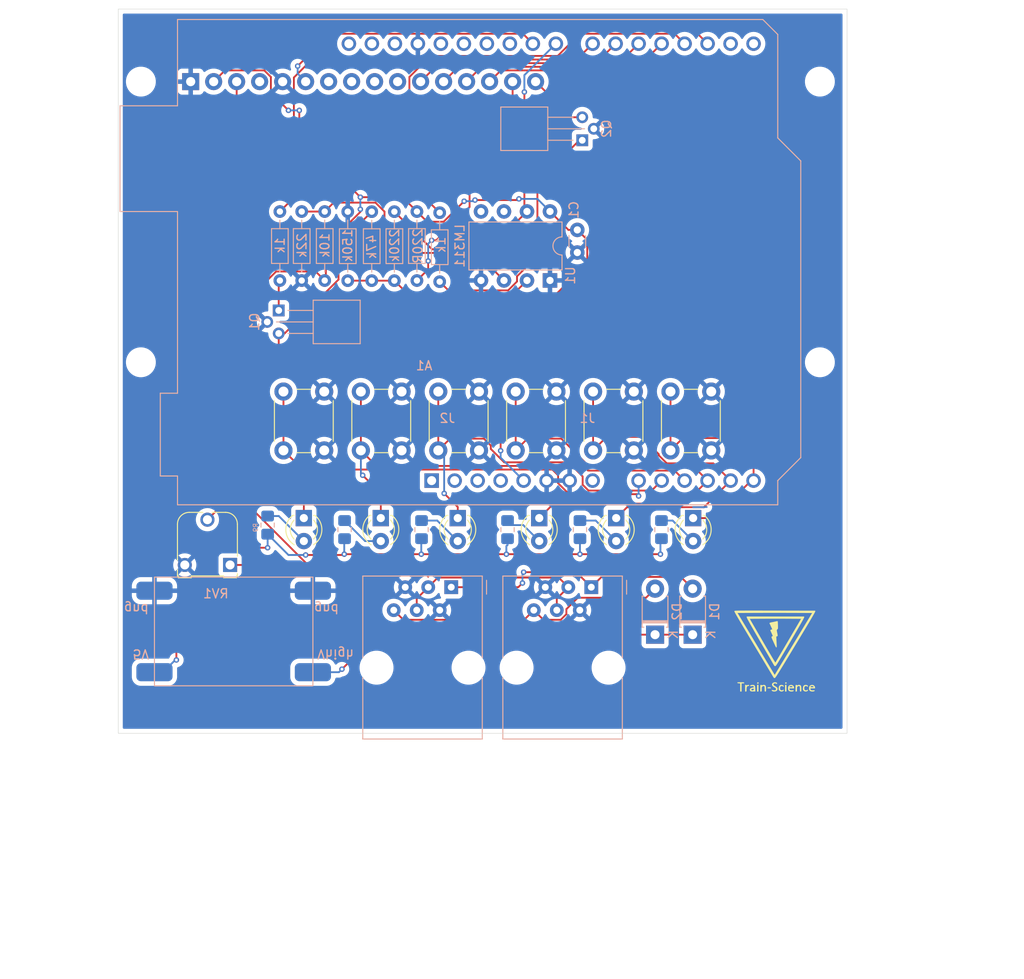
<source format=kicad_pcb>
(kicad_pcb (version 20240108) (generator "pcbnew") (generator_version "8.0")
  (layers (0 "F.Cu" signal) (31 "B.Cu" signal) (34 "B.Paste" user) (35 "F.Paste" user) (36 "B.SilkS" user "B.Silkscreen") (37 "F.SilkS" user "F.Silkscreen") (38 "B.Mask" user) (39 "F.Mask" user) (44 "Edge.Cuts" user))
  (net 0 "")
  (net 2 "Net-(A1-A1)")
  (net 5 "GND")
  (net 6 "/Lnet_Tx")
  (net 7 "/D4")
  (net 11 "/background")
  (net 14 "/D7")
  (net 15 "/D6")
  (net 16 "/D5")
  (net 18 "/enabele")
  (net 19 "/Lnet_Rx")
  (net 20 "Net-(A1-A3)")
  (net 22 "Net-(A1-A0)")
  (net 23 "Net-(A1-A2)")
  (net 27 "+5V")
  (net 28 "+12V")
  (net 29 "Net-(Q1-C)")
  (net 30 "Net-(Q1-B)")
  (net 31 "/RS")
  (net 32 "Net-(D1-A)")
  (net 33 "Net-(D2-A)")
  (net 34 "Net-(Q2-C)")
  (net 35 "Net-(Q2-B)")
  (net 36 "Net-(U1-+)")
  (net 37 "Net-(U1--)")
  (net 38 "Net-(U3-A)")
  (net 46 "Net-(D3-A)")
  (net 47 "Net-(D4-A)")
  (net 48 "Net-(D5-A)")
  (net 49 "Net-(D6-A)")
  (net 50 "Net-(D7-A)")
  (net 51 "Net-(D8-A)")
  (net 52 "Net-(U3-VO)")
  (net 53 "Net-(D7-K)")
  (net 54 "Net-(D8-K)")
  (footprint "Button_Switch_THT:SW_PUSH_6mm_H4.3mm" (layer "F.Cu") (at 120.45 168.75 90)
    (property "Reference" "SW5" (hide yes))
    (property "Value" "SW_Push")
  )
  (footprint "custom_kicad_lib_sk:LCD-16X2_NOSILK" (layer "F.Cu") (at 108 143.516)
    (property "Reference" "U3" (hide yes))
    (property "Value" "LCD-16X2")
  )
  (footprint "LED_THT:LED_D3.0mm" (layer "F.Cu") (at 88.5 176.225 -90)
    (property "Reference" "D3" (hide yes))
    (property "Value" "LED")
  )
  (footprint "LED_THT:LED_D3.0mm" (layer "F.Cu") (at 97 176.225 -90)
    (property "Reference" "D4" (hide yes))
    (property "Value" "LED")
  )
  (footprint "Potentiometer_THT:Potentiometer_Runtron_RM-065_Vertical" (layer "F.Cu") (at 80.351 181.403 180)
    (property "Reference" "RV1")
    (property "Value" "R_Potentiometer")
  )
  (footprint "custom_kicad_lib_sk:Train-Science logo small" (layer "F.Cu") (at 140.589 191.008)
    (property "Reference" "G***" (hide yes))
    (property "Value" "LOGO" (hide yes))
  )
  (footprint "LED_THT:LED_D3.0mm" (layer "F.Cu") (at 131.5 176.225 -90)
    (property "Reference" "D8" (hide yes))
    (property "Value" "LED")
  )
  (footprint "LED_THT:LED_D3.0mm" (layer "F.Cu") (at 105.5 176.225 -90)
    (property "Reference" "D5" (hide yes))
    (property "Value" "LED")
  )
  (footprint "LED_THT:LED_D3.0mm" (layer "F.Cu") (at 123 176.225 -90)
    (property "Reference" "D7" (hide yes))
    (property "Value" "LED")
  )
  (footprint "Button_Switch_THT:SW_PUSH_6mm_H4.3mm" (layer "F.Cu") (at 103.35 168.75 90)
    (property "Reference" "SW3" (hide yes))
    (property "Value" "SW_Push")
  )
  (footprint "Button_Switch_THT:SW_PUSH_6mm_H4.3mm" (layer "F.Cu") (at 129 168.75 90)
    (property "Reference" "SW6" (hide yes))
    (property "Value" "SW_Push")
  )
  (footprint "Button_Switch_THT:SW_PUSH_6mm_H4.3mm" (layer "F.Cu") (at 94.8 168.75 90)
    (property "Reference" "SW2" (hide yes))
    (property "Value" "SW_Push")
  )
  (footprint "LED_THT:LED_D3.0mm" (layer "F.Cu") (at 114.5 176.225 -90)
    (property "Reference" "D6" (hide yes))
    (property "Value" "LED")
  )
  (footprint "Button_Switch_THT:SW_PUSH_6mm_H4.3mm" (layer "F.Cu") (at 111.9 168.75 90)
    (property "Reference" "SW4" (hide yes))
    (property "Value" "SW_Push")
  )
  (footprint "Button_Switch_THT:SW_PUSH_6mm_H4.3mm" (layer "F.Cu") (at 86.25 168.75 90)
    (property "Reference" "SW1" (hide yes))
    (property "Value" "SW_Push")
  )
  (footprint "custom_kicad_lib_sk:RJ12" (layer "B.Cu") (at 120.25 183.858 180)
    (property "Reference" "J1")
    (property "Value" "RJ12")
  )
  (footprint "Diode_THT:D_T-1_P5.08mm_Horizontal" (layer "B.Cu") (at 131.445 189.103 90)
    (property "Reference" "D1")
    (property "Value" "SM4007")
  )
  (footprint "Resistor_THT:R_Axial_DIN0204_L3.6mm_D1.6mm_P7.62mm_Horizontal" (layer "B.Cu") (at 98.5 150 90)
    (property "Reference" "R6" (hide yes))
    (property "Value" "220k")
  )
  (footprint "Package_TO_SOT_THT:TO-92_Horizontal1" (layer "B.Cu") (at 119.253 134.493 90)
    (property "Reference" "Q2")
    (property "Value" "NPN_TOR")
  )
  (footprint "Resistor_THT:R_Axial_DIN0204_L3.6mm_D1.6mm_P7.62mm_Horizontal" (layer "B.Cu") (at 93.35 150 90)
    (property "Reference" "R2" (hide yes))
    (property "Value" "150k")
  )
  (footprint "custom_kicad_lib_sk:R_0805_handsolder-smalltext" (layer "B.Cu") (at 84.5 177 -90)
    (property "Reference" "R9")
    (property "Value" "470R")
  )
  (footprint "Package_TO_SOT_THT:TO-92_Horizontal1" (layer "B.Cu") (at 85.725 153.289 -90)
    (property "Reference" "Q1")
    (property "Value" "NPN_TOR")
  )
  (footprint "Capacitor_THT:C_Disc_D3.0mm_W1.6mm_P2.50mm" (layer "B.Cu") (at 118.707 144.394 -90)
    (property "Reference" "C1")
    (property "Value" "100nF")
  )
  (footprint "custom_kicad_lib_sk:R_0805_handsolder-smalltext" (layer "B.Cu") (at 111 177.5 -90)
    (property "Reference" "R12" (hide yes))
    (property "Value" "470R")
  )
  (footprint "Resistor_THT:R_Axial_DIN0204_L3.6mm_D1.6mm_P7.62mm_Horizontal" (layer "B.Cu") (at 103.505 150.114 90)
    (property "Reference" "R7" (hide yes))
    (property "Value" "1k")
  )
  (footprint "Package_DIP:DIP-8_W7.62mm" (layer "B.Cu") (at 115.687 149.977 90)
    (property "Reference" "U1")
    (property "Value" "LM311")
  )
  (footprint "Resistor_THT:R_Axial_DIN0204_L3.6mm_D1.6mm_P7.62mm_Horizontal" (layer "B.Cu") (at 90.805 149.987 90)
    (property "Reference" "R3" (hide yes))
    (property "Value" "10k")
  )
  (footprint "Resistor_THT:R_Axial_DIN0204_L3.6mm_D1.6mm_P7.62mm_Horizontal" (layer "B.Cu") (at 85.852 149.987 90)
    (property "Reference" "R5" (hide yes))
    (property "Value" "1k")
  )
  (footprint "Diode_THT:D_T-1_P5.08mm_Horizontal" (layer "B.Cu") (at 127.295 189.103 90)
    (property "Reference" "D2")
    (property "Value" "SM4007")
  )
  (footprint "Module:Arduino_UNO_R3" (layer "B.Cu") (at 102.616 172.085)
    (property "Reference" "A1")
    (property "Value" "Arduino_UNO_R3")
  )
  (footprint "custom_kicad_lib_sk:R_0805_handsolder-smalltext" (layer "B.Cu") (at 101.5 177.5 -90)
    (property "Reference" "R11" (hide yes))
    (property "Value" "470R")
  )
  (footprint "Resistor_THT:R_Axial_DIN0204_L3.6mm_D1.6mm_P7.62mm_Horizontal" (layer "B.Cu") (at 100.99 149.987 90)
    (property "Reference" "R8" (hide yes))
    (property "Value" "220R")
  )
  (footprint "custom_kicad_lib_sk:R_0805_handsolder-smalltext" (layer "B.Cu") (at 93 177.5 -90)
    (property "Reference" "R10" (hide yes))
    (property "Value" "470R")
  )
  (footprint "custom_kicad_lib_sk:RJ12" (layer "B.Cu") (at 104.78 183.858 180)
    (property "Reference" "J2")
    (property "Value" "RJ12")
  )
  (footprint "custom_kicad_lib_sk:Buck" (layer "B.Cu") (at 78.5 190.248)
    (property "Reference" "U2")
    (property "Value" "Buck")
  )
  (footprint "custom_kicad_lib_sk:R_0805_handsolder-smalltext" (layer "B.Cu") (at 128 177.5 -90)
    (property "Reference" "R14" (hide yes))
    (property "Value" "470R")
  )
  (footprint "Resistor_THT:R_Axial_DIN0204_L3.6mm_D1.6mm_P7.62mm_Horizontal" (layer "B.Cu") (at 88.265 149.987 90)
    (property "Reference" "R4" (hide yes))
    (property "Value" "22k")
  )
  (footprint "Resistor_THT:R_Axial_DIN0204_L3.6mm_D1.6mm_P7.62mm_Horizontal" (layer "B.Cu") (at 96 142.38 -90)
    (property "Reference" "R1" (hide yes))
    (property "Value" "47k")
  )
  (footprint "custom_kicad_lib_sk:R_0805_handsolder-smalltext" (layer "B.Cu") (at 119 177.5 -90)
    (property "Reference" "R13" (hide yes))
    (property "Value" "470R")
  )
  (gr_rect (start 68 120) (end 148.5 200) (stroke (width 0.05)) (fill none) (layer "Edge.Cuts"))
  (segment (start 133 175) (end 132.725 175) (width 0.2) (layer "B.Cu") (net 0))
  (segment (start 132.7 175.025) (end 131.5 175.025) (width 0.2) (layer "B.Cu") (net 0))
  (segment (start 132.725 175) (end 132.7 175.025) (width 0.2) (layer "B.Cu") (net 0))
  (segment (start 119.296 172.540635) (end 119.940365 173.185) (width 0.2) (layer "F.Cu") (net 2))
  (segment (start 119.940365 173.185) (end 126.916 173.185) (width 0.2) (layer "F.Cu") (net 2))
  (segment (start 118.131239 170.464604) (end 119.296 171.629365) (width 0.2) (layer "F.Cu") (net 2))
  (segment (start 94.8 162.25) (end 94.8 168.75) (width 0.2) (layer "F.Cu") (net 2))
  (segment (start 126.916 173.185) (end 128.016 172.085) (width 0.2) (layer "F.Cu") (net 2))
  (segment (start 97 173.5) (end 95 171.5) (width 0.2) (layer "F.Cu") (net 2))
  (segment (start 94.8 168.75) (end 96.514604 170.464604) (width 0.2) (layer "F.Cu") (net 2))
  (segment (start 119.296 171.629365) (end 119.296 172.540635) (width 0.2) (layer "F.Cu") (net 2))
  (segment (start 97 176.225) (end 97 173.5) (width 0.2) (layer "F.Cu") (net 2))
  (segment (start 96.514604 170.464604) (end 118.131239 170.464604) (width 0.2) (layer "F.Cu") (net 2))
  (via (at 95 171.5) (size 0.6) (drill 0.3) (layers "F.Cu" "B.Cu") (net 2))
  (segment (start 95 171.5) (end 94.8 171.3) (width 0.2) (layer "B.Cu") (net 2))
  (segment (start 94.8 171.3) (end 94.8 168.75) (width 0.2) (layer "B.Cu") (net 2))
  (segment (start 87.3998 140.8192) (end 87.3998 127.562858) (width 0.2) (layer "F.Cu") (net 6))
  (segment (start 87.3998 127.562858) (end 92.237658 122.725) (width 0.2) (layer "F.Cu") (net 6))
  (segment (start 92.237658 122.725) (end 112.696 122.725) (width 0.2) (layer "F.Cu") (net 6))
  (segment (start 112.696 122.725) (end 113.796 123.825) (width 0.2) (layer "F.Cu") (net 6))
  (segment (start 85.852 142.367) (end 87.3998 140.8192) (width 0.2) (layer "F.Cu") (net 6))
  (segment (start 120.396 123.825) (end 118.6448 125.5762) (width 0.2) (layer "F.Cu") (net 7))
  (segment (start 118.6448 125.5762) (end 103.8398 125.5762) (width 0.2) (layer "F.Cu") (net 7))
  (segment (start 103.8398 125.5762) (end 101.4 128.016) (width 0.2) (layer "F.Cu") (net 7))
  (segment (start 102.486458 125.1762) (end 116.540435 125.1762) (width 0.2) (layer "F.Cu") (net 11))
  (segment (start 103.505 142.494) (end 100.1602 139.1492) (width 0.2) (layer "F.Cu") (net 11))
  (segment (start 129.456 122.725) (end 130.556 123.825) (width 0.2) (layer "F.Cu") (net 11))
  (segment (start 100.1602 127.502458) (end 102.486458 125.1762) (width 0.2) (layer "F.Cu") (net 11))
  (segment (start 118.991635 122.725) (end 129.456 122.725) (width 0.2) (layer "F.Cu") (net 11))
  (segment (start 116.540435 125.1762) (end 118.991635 122.725) (width 0.2) (layer "F.Cu") (net 11))
  (segment (start 100.1602 139.1492) (end 100.1602 127.502458) (width 0.2) (layer "F.Cu") (net 11))
  (segment (start 109.02 128.016) (end 110.2598 126.7762) (width 0.2) (layer "F.Cu") (net 14))
  (segment (start 110.2598 126.7762) (end 125.0648 126.7762) (width 0.2) (layer "F.Cu") (net 14))
  (segment (start 125.0648 126.7762) (end 128.016 123.825) (width 0.2) (layer "F.Cu") (net 14))
  (segment (start 125.476 123.825) (end 122.9248 126.3762) (width 0.2) (layer "F.Cu") (net 15))
  (segment (start 122.9248 126.3762) (end 108.1198 126.3762) (width 0.2) (layer "F.Cu") (net 15))
  (segment (start 108.1198 126.3762) (end 106.48 128.016) (width 0.2) (layer "F.Cu") (net 15))
  (segment (start 120.7848 125.9762) (end 122.936 123.825) (width 0.2) (layer "F.Cu") (net 16))
  (segment (start 105.9798 125.9762) (end 120.7848 125.9762) (width 0.2) (layer "F.Cu") (net 16))
  (segment (start 103.94 128.016) (end 105.9798 125.9762) (width 0.2) (layer "F.Cu") (net 16))
  (segment (start 91.789128 122.325) (end 87.816564 126.297564) (width 0.2) (layer "F.Cu") (net 18))
  (segment (start 131.596 122.325) (end 124.333 122.325) (width 0.2) (layer "F.Cu") (net 18))
  (segment (start 133.096 123.825) (end 131.596 122.325) (width 0.2) (layer "F.Cu") (net 18))
  (segment (start 124.333 122.325) (end 91.789128 122.325) (width 0.2) (layer "F.Cu") (net 18))
  (via (at 87.816564 126.297564) (size 0.6) (drill 0.3) (layers "F.Cu" "B.Cu") (net 18))
  (segment (start 87.816564 127.132564) (end 88.7 128.016) (width 0.2) (layer "B.Cu") (net 18))
  (segment (start 87.816564 126.297564) (end 87.816564 127.132564) (width 0.2) (layer "B.Cu") (net 18))
  (segment (start 98.5 142.38) (end 102.659 146.539) (width 0.2) (layer "F.Cu") (net 19))
  (segment (start 102.659 146.539) (end 108.965 146.539) (width 0.2) (layer "F.Cu") (net 19))
  (segment (start 113.147 142.357) (end 112.8602 142.0702) (width 0.2) (layer "F.Cu") (net 19))
  (segment (start 108.965 146.539) (end 113.147 142.357) (width 0.2) (layer "F.Cu") (net 19))
  (segment (start 112.8602 142.0702) (end 112.8602 129.159) (width 0.2) (layer "F.Cu") (net 19))
  (via (at 112.8602 129.159) (size 0.6) (drill 0.3) (layers "F.Cu" "B.Cu") (net 19))
  (segment (start 116.336 123.825) (end 112.8602 127.3008) (width 0.2) (layer "B.Cu") (net 19))
  (segment (start 112.8602 127.3008) (end 112.8602 129.159) (width 0.2) (layer "B.Cu") (net 19))
  (segment (start 130.556 174.625) (end 116.1 174.625) (width 0.2) (layer "F.Cu") (net 20))
  (segment (start 113.2 167.45) (end 111.9 168.75) (width 0.2) (layer "F.Cu") (net 20))
  (segment (start 116.1 174.625) (end 114.5 176.225) (width 0.2) (layer "F.Cu") (net 20))
  (segment (start 133.096 172.085) (end 131.591 170.58) (width 0.2) (layer "F.Cu") (net 20))
  (segment (start 131.591 170.58) (end 120.068478 170.58) (width 0.2) (layer "F.Cu") (net 20))
  (segment (start 116.938478 167.45) (end 113.2 167.45) (width 0.2) (layer "F.Cu") (net 20))
  (segment (start 120.068478 170.58) (end 116.938478 167.45) (width 0.2) (layer "F.Cu") (net 20))
  (segment (start 111.9 168.75) (end 111.9 162.25) (width 0.2) (layer "F.Cu") (net 20))
  (segment (start 133.096 172.085) (end 130.556 174.625) (width 0.2) (layer "F.Cu") (net 20))
  (segment (start 88.5 176.225) (end 88.5 171) (width 0.2) (layer "F.Cu") (net 22))
  (segment (start 117.800365 173.585) (end 116.586 172.370635) (width 0.2) (layer "F.Cu") (net 22))
  (segment (start 88.5 171) (end 88.5 170.864604) (width 0.2) (layer "F.Cu") (net 22))
  (segment (start 88.364604 170.864604) (end 86.25 168.75) (width 0.2) (layer "F.Cu") (net 22))
  (segment (start 88.364604 170.864604) (end 88.5 171) (width 0.2) (layer "F.Cu") (net 22))
  (segment (start 89 170.864604) (end 88.5 170.864604) (width 0.2) (layer "F.Cu") (net 22))
  (segment (start 116.586 172.370635) (end 116.586 171.499604) (width 0.2) (layer "F.Cu") (net 22))
  (segment (start 125.476 173.785) (end 125.276 173.585) (width 0.2) (layer "F.Cu") (net 22))
  (segment (start 116.586 171.499604) (end 115.951 170.864604) (width 0.2) (layer "F.Cu") (net 22))
  (segment (start 86.25 168.75) (end 86.25 162.25) (width 0.2) (layer "F.Cu") (net 22))
  (segment (start 88.5 170.864604) (end 88.364604 170.864604) (width 0.2) (layer "F.Cu") (net 22))
  (segment (start 125.276 173.585) (end 117.800365 173.585) (width 0.2) (layer "F.Cu") (net 22))
  (segment (start 115.951 170.864604) (end 89 170.864604) (width 0.2) (layer "F.Cu") (net 22))
  (segment (start 89 170.864604) (end 88.635396 170.864604) (width 0.2) (layer "F.Cu") (net 22))
  (segment (start 88.635396 170.864604) (end 88.5 171) (width 0.2) (layer "F.Cu") (net 22))
  (via (at 125.476 173.785) (size 0.6) (drill 0.3) (layers "F.Cu" "B.Cu") (net 22))
  (segment (start 125.476 172.085) (end 125.476 173.785) (width 0.2) (layer "B.Cu") (net 22))
  (segment (start 119.902792 170.98) (end 118.987396 170.064604) (width 0.2) (layer "F.Cu") (net 23))
  (segment (start 109.15 168.586) (end 109.15 168.211522) (width 0.2) (layer "F.Cu") (net 23))
  (segment (start 104.65 167.45) (end 103.35 168.75) (width 0.2) (layer "F.Cu") (net 23))
  (segment (start 130.556 172.085) (end 129.451 170.98) (width 0.2) (layer "F.Cu") (net 23))
  (segment (start 110.628604 170.064604) (end 109.15 168.586) (width 0.2) (layer "F.Cu") (net 23))
  (segment (start 118.987396 170.064604) (end 110.628604 170.064604) (width 0.2) (layer "F.Cu") (net 23))
  (segment (start 109.15 168.211522) (end 108.388478 167.45) (width 0.2) (layer "F.Cu") (net 23))
  (segment (start 108.388478 167.45) (end 104.65 167.45) (width 0.2) (layer "F.Cu") (net 23))
  (segment (start 105.5 176.225) (end 105.5 175) (width 0.2) (layer "F.Cu") (net 23))
  (segment (start 105.5 175) (end 104 173.5) (width 0.2) (layer "F.Cu") (net 23))
  (segment (start 103.35 168.75) (end 103.35 162.25) (width 0.2) (layer "F.Cu") (net 23))
  (segment (start 129.451 170.98) (end 119.902792 170.98) (width 0.2) (layer "F.Cu") (net 23))
  (via (at 104 173.5) (size 0.6) (drill 0.3) (layers "F.Cu" "B.Cu") (net 23))
  (segment (start 104 169.4) (end 103.35 168.75) (width 0.2) (layer "B.Cu") (net 23))
  (segment (start 104 173.5) (end 104 169.4) (width 0.2) (layer "B.Cu") (net 23))
  (segment (start 78.54 128.016) (end 79.7798 126.7762) (width 0.2) (layer "F.Cu") (net 27))
  (segment (start 102.117 143.494) (end 103.937 143.494) (width 0.2) (layer "F.Cu") (net 27))
  (segment (start 103.937 143.494) (end 106.207 141.224) (width 0.2) (layer "F.Cu") (net 27))
  (segment (start 82.15 179.85) (end 82.5 179.5) (width 0.2) (layer "F.Cu") (net 27))
  (segment (start 110.871 180.213) (end 118.999 180.213) (width 0.2) (layer "F.Cu") (net 27))
  (segment (start 99.403 140.78) (end 100.99 142.367) (width 0.2) (layer "F.Cu") (net 27))
  (segment (start 87.9998 134.0378) (end 94.742 140.78) (width 0.2) (layer "F.Cu") (net 27))
  (segment (start 119.807 148.057) (end 119.807 145.494) (width 0.2) (layer "F.Cu") (net 27))
  (segment (start 82.15 179.15) (end 82.5 179.5) (width 0.2) (layer "F.Cu") (net 27))
  (segment (start 84.8598 127.502458) (end 84.8598 129.251) (width 0.2) (layer "F.Cu") (net 27))
  (segment (start 94.742 140.78) (end 99.403 140.78) (width 0.2) (layer "F.Cu") (net 27))
  (segment (start 90.932 146.212214) (end 94.742 142.402214) (width 0.2) (layer "F.Cu") (net 27))
  (segment (start 82.15 181.229) (end 82.15 180) (width 0.2) (layer "F.Cu") (net 27))
  (segment (start 84.133542 126.7762) (end 84.8598 127.502458) (width 0.2) (layer "F.Cu") (net 27))
  (segment (start 82.15 179.5) (end 82.15 180) (width 0.2) (layer "F.Cu") (net 27))
  (segment (start 89.805 148.987) (end 85.437786 148.987) (width 0.2) (layer "F.Cu") (net 27))
  (segment (start 110.236 168.783) (end 110.236 157.628) (width 0.2) (layer "F.Cu") (net 27))
  (segment (start 74.422 190.7435) (end 82.15 183.0155) (width 0.2) (layer "F.Cu") (net 27))
  (segment (start 80.351 181.403) (end 81.976 181.403) (width 0.2) (layer "F.Cu") (net 27))
  (segment (start 82.15 183.0155) (end 82.15 181.61) (width 0.2) (layer "F.Cu") (net 27))
  (segment (start 88.699265 180.300735) (end 92.876265 180.300735) (width 0.2) (layer "F.Cu") (net 27))
  (segment (start 92.964 180.213) (end 101.473 180.213) (width 0.2) (layer "F.Cu") (net 27))
  (segment (start 79.7798 126.7762) (end 84.133542 126.7762) (width 0.2) (layer "F.Cu") (net 27))
  (segment (start 84.8598 129.251) (end 86.7998 131.191) (width 0.2) (layer "F.Cu") (net 27))
  (segment (start 82.5 179.5) (end 82.15 179.5) (width 0.2) (layer "F.Cu") (net 27))
  (segment (start 84.5 179.5) (end 82.5 179.5) (width 0.2) (layer "F.Cu") (net 27))
  (segment (start 82.15 179) (end 82.15 179.15) (width 0.2) (layer "F.Cu") (net 27))
  (segment (start 74.422 191.897) (end 74.422 190.7435) (width 0.2) (layer "F.Cu") (net 27))
  (segment (start 107.407 141.097) (end 112.1332 141.097) (width 0.2) (layer "F.Cu") (net 27))
  (segment (start 82.15 180) (end 82.15 179.85) (width 0.2) (layer "F.Cu") (net 27))
  (segment (start 82.15 181.61) (end 82.15 181.229) (width 0.2) (layer "F.Cu") (net 27))
  (segment (start 112.1332 141.097) (end 112.2602 140.97) (width 0.2) (layer "F.Cu") (net 27))
  (segment (start 119.807 145.494) (end 118.707 144.394) (width 0.2) (layer "F.Cu") (net 27))
  (segment (start 110.236 157.628) (end 119.807 148.057) (width 0.2) (layer "F.Cu") (net 27))
  (segment (start 100.99 142.367) (end 102.117 143.494) (width 0.2) (layer "F.Cu") (net 27))
  (segment (start 87.9998 131.191) (end 87.9998 134.0378) (width 0.2) (layer "F.Cu") (net 27))
  (segment (start 90.805 149.987) (end 90.932 149.86) (width 0.2) (layer "F.Cu") (net 27))
  (segment (start 118.999 180.213) (end 127.889 180.213) (width 0.2) (layer "F.Cu") (net 27))
  (segment (start 81.976 181.436) (end 82.15 181.61) (width 0.2) (layer "F.Cu") (net 27))
  (segment (start 92.876265 180.300735) (end 92.964 180.213) (width 0.2) (layer "F.Cu") (net 27))
  (segment (start 85.437786 148.987) (end 82.15 152.274786) (width 0.2) (layer "F.Cu") (net 27))
  (segment (start 81.976 181.403) (end 82.15 181.229) (width 0.2) (layer "F.Cu") (net 27))
  (segment (start 82.15 179) (end 82.15 179.5) (width 0.2) (layer "F.Cu") (net 27))
  (segment (start 117.724 144.394) (end 118.707 144.394) (width 0.2) (layer "F.Cu") (net 27))
  (segment (start 115.687 142.357) (end 117.724 144.394) (width 0.2) (layer "F.Cu") (net 27))
  (segment (start 90.932 149.86) (end 90.932 146.212214) (width 0.2) (layer "F.Cu") (net 27))
  (segment (start 90.805 149.987) (end 89.805 148.987) (width 0.2) (layer "F.Cu") (net 27))
  (segment (start 82.15 152.274786) (end 82.15 179) (width 0.2) (layer "F.Cu") (net 27))
  (segment (start 94.742 142.402214) (end 94.742 142.113) (width 0.2) (layer "F.Cu") (net 27))
  (segment (start 101.473 180.213) (end 110.871 180.213) (width 0.2) (layer "F.Cu") (net 27))
  (segment (start 81.976 181.403) (end 81.976 181.436) (width 0.2) (layer "F.Cu") (net 27))
  (via (at 110.236 168.783) (size 0.6) (drill 0.3) (layers "F.Cu" "B.Cu") (net 27))
  (via (at 118.999 180.213) (size 0.6) (drill 0.3) (layers "F.Cu" "B.Cu") (net 27))
  (via (at 110.871 180.213) (size 0.6) (drill 0.3) (layers "F.Cu" "B.Cu") (net 27))
  (via (at 112.2602 140.97) (size 0.6) (drill 0.3) (layers "F.Cu" "B.Cu") (net 27))
  (via (at 107.407 141.097) (size 0.6) (drill 0.3) (layers "F.Cu" "B.Cu") (net 27))
  (via (at 94.742 140.78) (size 0.6) (drill 0.3) (layers "F.Cu" "B.Cu") (net 27))
  (via (at 87.9998 131.191) (size 0.6) (drill 0.3) (layers "F.Cu" "B.Cu") (net 27))
  (via (at 84.5 179.5) (size 0.6) (drill 0.3) (layers "F.Cu" "B.Cu") (net 27))
  (via (at 101.473 180.213) (size 0.6) (drill 0.3) (layers "F.Cu" "B.Cu") (net 27))
  (via (at 94.742 142.113) (size 0.6) (drill 0.3) (layers "F.Cu" "B.Cu") (net 27))
  (via (at 74.422 191.897) (size 0.6) (drill 0.3) (layers "F.Cu" "B.Cu") (net 27))
  (via (at 86.7998 131.191) (size 0.6) (drill 0.3) (layers "F.Cu" "B.Cu") (net 27))
  (via (at 106.207 141.224) (size 0.6) (drill 0.3) (layers "F.Cu" "B.Cu") (net 27))
  (via (at 88.699265 180.300735) (size 0.6) (drill 0.3) (layers "F.Cu" "B.Cu") (net 27))
  (via (at 127.889 180.213) (size 0.6) (drill 0.3) (layers "F.Cu" "B.Cu") (net 27))
  (via (at 92.964 180.213) (size 0.6) (drill 0.3) (layers "F.Cu" "B.Cu") (net 27))
  (segment (start 101.473 180.213) (end 101.473 178.527) (width 0.2) (layer "B.Cu") (net 27))
  (segment (start 118.999 180.213) (end 118.999 178.501) (width 0.2) (layer "B.Cu") (net 27))
  (segment (start 84.5 178) (end 86.800735 180.300735) (width 0.2) (layer "B.Cu") (net 27))
  (segment (start 110.236 169.545) (end 110.236 168.783) (width 0.2) (layer "B.Cu") (net 27))
  (segment (start 111 179.195) (end 111 178.5) (width 0.2) (layer "B.Cu") (net 27))
  (segment (start 74.295 191.897) (end 74.422 191.897) (width 0.2) (layer "B.Cu") (net 27))
  (segment (start 112.2602 140.97) (end 114.3 140.97) (width 0.2) (layer "B.Cu") (net 27))
  (segment (start 110.871 180.213) (end 110.871 179.324) (width 0.2) (layer "B.Cu") (net 27))
  (segment (start 107.28 141.224) (end 107.407 141.097) (width 0.2) (layer "B.Cu") (net 27))
  (segment (start 127.889 180.213) (end 127.889 178.611) (width 0.2) (layer "B.Cu") (net 27))
  (segment (start 92.964 178.536) (end 93 178.5) (width 0.2) (layer "B.Cu") (net 27))
  (segment (start 118.999 178.501) (end 119 178.5) (width 0.2) (layer "B.Cu") (net 27))
  (segment (start 92.964 180.213) (end 92.964 178.536) (width 0.2) (layer "B.Cu") (net 27))
  (segment (start 86.800735 180.300735) (end 88.699265 180.300735) (width 0.2) (layer "B.Cu") (net 27))
  (segment (start 84.5 178) (end 84.5 179.5) (width 0.2) (layer "B.Cu") (net 27))
  (segment (start 72.944 193.248) (end 74.295 191.897) (width 0.2) (layer "B.Cu") (net 27))
  (segment (start 112.776 172.085) (end 110.236 169.545) (width 0.2) (layer "B.Cu") (net 27))
  (segment (start 114.3 140.97) (end 115.687 142.357) (width 0.2) (layer "B.Cu") (net 27))
  (segment (start 106.207 141.224) (end 107.28 141.224) (width 0.2) (layer "B.Cu") (net 27))
  (segment (start 110.871 179.324) (end 111 179.195) (width 0.2) (layer "B.Cu") (net 27))
  (segment (start 127.889 178.611) (end 128 178.5) (width 0.2) (layer "B.Cu") (net 27))
  (segment (start 94.742 142.113) (end 94.742 140.78) (width 0.2) (layer "B.Cu") (net 27))
  (segment (start 86.7998 131.191) (end 87.9998 131.191) (width 0.2) (layer "B.Cu") (net 27))
  (segment (start 101.473 178.527) (end 101.5 178.5) (width 0.2) (layer "B.Cu") (net 27))
  (segment (start 72 193.248) (end 72.944 193.248) (width 0.2) (layer "B.Cu") (net 27))
  (segment (start 96.52 189.103) (end 92.71 192.913) (width 0.2) (layer "F.Cu") (net 28))
  (segment (start 127.295 189.103) (end 131.445 189.103) (width 0.2) (layer "F.Cu") (net 28))
  (segment (start 127.295 189.103) (end 96.52 189.103) (width 0.2) (layer "F.Cu") (net 28))
  (via (at 92.71 192.913) (size 0.6) (drill 0.3) (layers "F.Cu" "B.Cu") (net 28))
  (segment (start 92.71 192.913) (end 92.375 193.248) (width 0.2) (layer "B.Cu") (net 28))
  (segment (start 92.375 193.248) (end 89.5 193.248) (width 0.2) (layer "B.Cu") (net 28))
  (segment (start 100.97 186.398) (end 100.97 185.128) (width 0.2) (layer "F.Cu") (net 29))
  (segment (start 86.377214 155.829) (end 92.329 149.877214) (width 0.2) (layer "F.Cu") (net 29))
  (segment (start 116.44 186.398) (end 116.44 185.128) (width 0.2) (layer "F.Cu") (net 29))
  (segment (start 117.71 183.858) (end 116.65 182.798) (width 0.2) (layer "F.Cu") (net 29))
  (segment (start 85.725 155.829) (end 85.725 157.607) (width 0.2) (layer "F.Cu") (net 29))
  (segment (start 100.97 185.128) (end 102.24 183.858) (width 0.2) (layer "F.Cu") (net 29))
  (segment (start 82.55 175) (end 89.05 181.5) (width 0.2) (layer "F.Cu") (net 29))
  (segment (start 103.3 182.798) (end 102.24 183.858) (width 0.2) (layer "F.Cu") (net 29))
  (segment (start 101.0355 181.5) (end 102.24 182.7045) (width 0.2) (layer "F.Cu") (net 29))
  (segment (start 116.44 185.128) (end 117.71 183.858) (width 0.2) (layer "F.Cu") (net 29))
  (segment (start 85.725 157.607) (end 82.55 160.782) (width 0.2) (layer "F.Cu") (net 29))
  (segment (start 89.05 181.5) (end 101.0355 181.5) (width 0.2) (layer "F.Cu") (net 29))
  (segment (start 92.329 146.051) (end 96 142.38) (width 0.2) (layer "F.Cu") (net 29))
  (segment (start 85.725 155.829) (end 86.377214 155.829) (width 0.2) (layer "F.Cu") (net 29))
  (segment (start 82.55 160.782) (end 82.55 175) (width 0.2) (layer "F.Cu") (net 29))
  (segment (start 92.329 149.877214) (end 92.329 146.051) (width 0.2) (layer "F.Cu") (net 29))
  (segment (start 116.65 182.798) (end 103.3 182.798) (width 0.2) (layer "F.Cu") (net 29))
  (segment (start 85.725 153.289) (end 85.725 150.114) (width 0.2) (layer "F.Cu") (net 30))
  (segment (start 85.725 150.114) (end 85.852 149.987) (width 0.2) (layer "F.Cu") (net 30))
  (segment (start 120.25 183.858) (end 121.385 182.723) (width 0.2) (layer "F.Cu") (net 32))
  (segment (start 130.145 182.723) (end 131.445 184.023) (width 0.2) (layer "F.Cu") (net 32))
  (segment (start 112.776 182.198) (end 118.59 182.198) (width 0.2) (layer "F.Cu") (net 32))
  (segment (start 112.189 183.858) (end 112.649 183.398) (width 0.2) (layer "F.Cu") (net 32))
  (segment (start 118.59 182.198) (end 120.25 183.858) (width 0.2) (layer "F.Cu") (net 32))
  (segment (start 121.385 182.723) (end 130.145 182.723) (width 0.2) (layer "F.Cu") (net 32))
  (segment (start 104.78 183.858) (end 112.189 183.858) (width 0.2) (layer "F.Cu") (net 32))
  (via (at 112.649 183.398) (size 0.6) (drill 0.3) (layers "F.Cu" "B.Cu") (net 32))
  (via (at 112.776 182.198) (size 0.6) (drill 0.3) (layers "F.Cu" "B.Cu") (net 32))
  (segment (start 112.649 183.398) (end 112.649 182.325) (width 0.2) (layer "B.Cu") (net 32))
  (segment (start 112.649 182.325) (end 112.776 182.198) (width 0.2) (layer "B.Cu") (net 32))
  (segment (start 126.295 185.023) (end 118.761 185.023) (width 0.2) (layer "F.Cu") (net 33))
  (segment (start 117.5 186.837067) (end 116.879067 187.458) (width 0.2) (layer "F.Cu") (net 33))
  (segment (start 116.879067 187.458) (end 114.96 187.458) (width 0.2) (layer "F.Cu") (net 33))
  (segment (start 99.49 187.458) (end 98.43 186.398) (width 0.2) (layer "F.Cu") (net 33))
  (segment (start 127.295 184.023) (end 126.295 185.023) (width 0.2) (layer "F.Cu") (net 33))
  (segment (start 117.5 186.284) (end 117.5 186.837067) (width 0.2) (layer "F.Cu") (net 33))
  (segment (start 114.96 187.458) (end 113.9 186.398) (width 0.2) (layer "F.Cu") (net 33))
  (segment (start 113.9 186.398) (end 112.84 187.458) (width 0.2) (layer "F.Cu") (net 33))
  (segment (start 118.761 185.023) (end 117.5 186.284) (width 0.2) (layer "F.Cu") (net 33))
  (segment (start 112.84 187.458) (end 99.49 187.458) (width 0.2) (layer "F.Cu") (net 33))
  (segment (start 118.037 131.953) (end 119.253 131.953) (width 0.2) (layer "F.Cu") (net 34))
  (segment (start 114.1 128.016) (end 118.037 131.953) (width 0.2) (layer "F.Cu") (net 34))
  (segment (start 118.9355 134.493) (end 119.253 134.493) (width 0.2) (layer "F.Cu") (net 35))
  (segment (start 114.3 139.1285) (end 118.9355 134.493) (width 0.2) (layer "F.Cu") (net 35))
  (segment (start 112.047 149.521365) (end 114.3 147.268365) (width 0.2) (layer "F.Cu") (net 35))
  (segment (start 112.047 150.092635) (end 112.047 149.521365) (width 0.2) (layer "F.Cu") (net 35))
  (segment (start 111.062635 151.077) (end 112.047 150.092635) (width 0.2) (layer "F.Cu") (net 35))
  (segment (start 103.505 150.114) (end 104.468 151.077) (width 0.2) (layer "F.Cu") (net 35))
  (segment (start 114.3 147.268365) (end 114.3 139.1285) (width 0.2) (layer "F.Cu") (net 35))
  (segment (start 104.468 151.077) (end 111.062635 151.077) (width 0.2) (layer "F.Cu") (net 35))
  (segment (start 101.154 152.654) (end 110.47 152.654) (width 0.2) (layer "F.Cu") (net 36))
  (segment (start 110.47 152.654) (end 113.147 149.977) (width 0.2) (layer "F.Cu") (net 36))
  (segment (start 98.5 150) (end 93.35 150) (width 0.2) (layer "F.Cu") (net 36))
  (segment (start 98.5 150) (end 101.154 152.654) (width 0.2) (layer "F.Cu") (net 36))
  (segment (start 91.792 141.38) (end 96.414214 141.38) (width 0.2) (layer "F.Cu") (net 37))
  (segment (start 107.569 146.939) (end 110.607 149.977) (width 0.2) (layer "F.Cu") (net 37))
  (segment (start 96.414214 141.38) (end 97.409 142.374786) (width 0.2) (layer "F.Cu") (net 37))
  (segment (start 100.584 146.939) (end 107.569 146.939) (width 0.2) (layer "F.Cu") (net 37))
  (segment (start 97.409 142.374786) (end 97.409 143.764) (width 0.2) (layer "F.Cu") (net 37))
  (segment (start 88.265 142.367) (end 90.805 142.367) (width 0.2) (layer "F.Cu") (net 37))
  (segment (start 90.805 142.367) (end 91.792 141.38) (width 0.2) (layer "F.Cu") (net 37))
  (segment (start 97.409 143.764) (end 100.584 146.939) (width 0.2) (layer "F.Cu") (net 37))
  (segment (start 102.235 148.742) (end 102.235 147.828) (width 0.2) (layer "F.Cu") (net 38))
  (segment (start 103.124 145.542) (end 106.807 141.859) (width 0.2) (layer "F.Cu") (net 38))
  (segment (start 111.56 135.201) (end 111.56 128.016) (width 0.2) (layer "F.Cu") (net 38))
  (segment (start 100.99 149.987) (end 102.235 148.742) (width 0.2) (layer "F.Cu") (net 38))
  (segment (start 106.807 139.954) (end 111.56 135.201) (width 0.2) (layer "F.Cu") (net 38))
  (segment (start 102.616 145.542) (end 103.124 145.542) (width 0.2) (layer "F.Cu") (net 38))
  (segment (start 106.807 141.859) (end 106.807 139.954) (width 0.2) (layer "F.Cu") (net 38))
  (via (at 102.235 147.828) (size 0.6) (drill 0.3) (layers "F.Cu" "B.Cu") (net 38))
  (via (at 102.616 145.542) (size 0.6) (drill 0.3) (layers "F.Cu" "B.Cu") (net 38))
  (segment (start 102.235 145.923) (end 102.235 147.828) (width 0.2) (layer "B.Cu") (net 38))
  (segment (start 102.616 145.542) (end 102.235 145.923) (width 0.2) (layer "B.Cu") (net 38))
  (segment (start 88.5 178.765) (end 85.735 176) (width 0.2) (layer "B.Cu") (net 46))
  (segment (start 85.735 176) (end 84.5 176) (width 0.2) (layer "B.Cu") (net 46))
  (segment (start 97 178.765) (end 95.265 178.765) (width 0.2) (layer "B.Cu") (net 47))
  (segment (start 95.265 178.765) (end 93 176.5) (width 0.2) (layer "B.Cu") (net 47))
  (segment (start 101.5 176.5) (end 103.235 176.5) (width 0.2) (layer "B.Cu") (net 48))
  (segment (start 103.235 176.5) (end 105.5 178.765) (width 0.2) (layer "B.Cu") (net 48))
  (segment (start 111.5 177) (end 112.735 177) (width 0.2) (layer "B.Cu") (net 49))
  (segment (start 111 176.5) (end 111.5 177) (width 0.2) (layer "B.Cu") (net 49))
  (segment (start 112.735 177) (end 114.5 178.765) (width 0.2) (layer "B.Cu") (net 49))
  (segment (start 119 176.5) (end 120.735 176.5) (width 0.2) (layer "B.Cu") (net 50))
  (segment (start 120.735 176.5) (end 123 178.765) (width 0.2) (layer "B.Cu") (net 50))
  (segment (start 129.235 176.5) (end 131.5 178.765) (width 0.2) (layer "B.Cu") (net 51))
  (segment (start 128 176.5) (end 129.235 176.5) (width 0.2) (layer "B.Cu") (net 51))
  (segment (start 77.851 176.403) (end 81.75 172.504) (width 0.2) (layer "F.Cu") (net 52))
  (segment (start 81.75 172.504) (end 81.75 154.178) (width 0.2) (layer "F.Cu") (net 52))
  (segment (start 81.75 154.178) (end 81.08 153.508) (width 0.2) (layer "F.Cu") (net 52))
  (segment (start 81.08 153.508) (end 81.08 128.016) (width 0.2) (layer "F.Cu") (net 52))
  (segment (start 125.795 167.259) (end 121.941 167.259) (width 0.2) (layer "F.Cu") (net 53))
  (segment (start 127.7 169.164) (end 125.795 167.259) (width 0.2) (layer "F.Cu") (net 53))
  (segment (start 133.731 170.18) (end 128.591522 170.18) (width 0.2) (layer "F.Cu") (net 53))
  (segment (start 128.591522 170.18) (end 127.7 169.288478) (width 0.2) (layer "F.Cu") (net 53))
  (segment (start 124.2 175.025) (end 123 176.225) (width 0.2) (layer "F.Cu") (net 53))
  (segment (start 135.636 172.085) (end 132.696 175.025) (width 0.2) (layer "F.Cu") (net 53))
  (segment (start 135.636 172.085) (end 133.731 170.18) (width 0.2) (layer "F.Cu") (net 53))
  (segment (start 127.7 169.288478) (end 127.7 169.164) (width 0.2) (layer "F.Cu") (net 53))
  (segment (start 120.45 168.75) (end 120.45 162.25) (width 0.2) (layer "F.Cu") (net 53))
  (segment (start 121.941 167.259) (end 120.45 168.75) (width 0.2) (layer "F.Cu") (net 53))
  (segment (start 132.696 175.025) (end 124.2 175.025) (width 0.2) (layer "F.Cu") (net 53))
  (segment (start 133.775 176.225) (end 131.5 176.225) (width 0.2) (layer "F.Cu") (net 54))
  (segment (start 137.915 172.085) (end 133.775 176.225) (width 0.2) (layer "F.Cu") (net 54))
  (segment (start 130.364 167.386) (end 129 168.75) (width 0.2) (layer "F.Cu") (net 54))
  (segment (start 138.176 172.085) (end 138.176 170.18) (width 0.2) (layer "F.Cu") (net 54))
  (segment (start 135.382 167.386) (end 130.364 167.386) (width 0.2) (layer "F.Cu") (net 54))
  (segment (start 138.176 172.085) (end 137.915 172.085) (width 0.2) (layer "F.Cu") (net 54))
  (segment (start 138.176 170.18) (end 135.382 167.386) (width 0.2) (layer "F.Cu") (net 54))
  (segment (start 129 168.75) (end 129 162.25) (width 0.2) (layer "F.Cu") (net 54))
  (zone (net 5) (net_name "GND") (layer "B.Cu") (connect_pads (clearance 0.5)) (min_thickness 0.25) (fill yes (thermal_gap 0.5) (thermal_bridge_width 0.5))
    (polygon (pts (xy 67 119) (xy 149.5 119) (xy 149.5 200.5) (xy 67 200.5)))
  )
)
</source>
